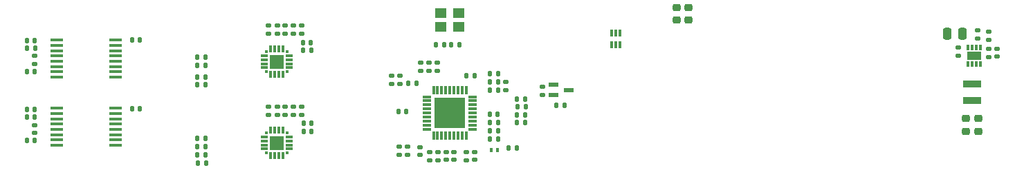
<source format=gtp>
G04 #@! TF.GenerationSoftware,KiCad,Pcbnew,(6.0.4)*
G04 #@! TF.CreationDate,2022-05-22T11:17:41+03:00*
G04 #@! TF.ProjectId,dock_rs232_prt,646f636b-5f72-4733-9233-325f7072742e,rev?*
G04 #@! TF.SameCoordinates,Original*
G04 #@! TF.FileFunction,Paste,Top*
G04 #@! TF.FilePolarity,Positive*
%FSLAX46Y46*%
G04 Gerber Fmt 4.6, Leading zero omitted, Abs format (unit mm)*
G04 Created by KiCad (PCBNEW (6.0.4)) date 2022-05-22 11:17:41*
%MOMM*%
%LPD*%
G01*
G04 APERTURE LIST*
G04 Aperture macros list*
%AMRoundRect*
0 Rectangle with rounded corners*
0 $1 Rounding radius*
0 $2 $3 $4 $5 $6 $7 $8 $9 X,Y pos of 4 corners*
0 Add a 4 corners polygon primitive as box body*
4,1,4,$2,$3,$4,$5,$6,$7,$8,$9,$2,$3,0*
0 Add four circle primitives for the rounded corners*
1,1,$1+$1,$2,$3*
1,1,$1+$1,$4,$5*
1,1,$1+$1,$6,$7*
1,1,$1+$1,$8,$9*
0 Add four rect primitives between the rounded corners*
20,1,$1+$1,$2,$3,$4,$5,0*
20,1,$1+$1,$4,$5,$6,$7,0*
20,1,$1+$1,$6,$7,$8,$9,0*
20,1,$1+$1,$8,$9,$2,$3,0*%
G04 Aperture macros list end*
%ADD10R,1.150000X0.500000*%
%ADD11RoundRect,0.140000X-0.140000X-0.170000X0.140000X-0.170000X0.140000X0.170000X-0.140000X0.170000X0*%
%ADD12RoundRect,0.135000X0.185000X-0.135000X0.185000X0.135000X-0.185000X0.135000X-0.185000X-0.135000X0*%
%ADD13R,0.400000X0.500000*%
%ADD14RoundRect,0.135000X0.135000X0.185000X-0.135000X0.185000X-0.135000X-0.185000X0.135000X-0.185000X0*%
%ADD15RoundRect,0.225000X-0.250000X0.225000X-0.250000X-0.225000X0.250000X-0.225000X0.250000X0.225000X0*%
%ADD16RoundRect,0.140000X0.140000X0.170000X-0.140000X0.170000X-0.140000X-0.170000X0.140000X-0.170000X0*%
%ADD17RoundRect,0.140000X-0.170000X0.140000X-0.170000X-0.140000X0.170000X-0.140000X0.170000X0.140000X0*%
%ADD18RoundRect,0.225000X0.250000X-0.225000X0.250000X0.225000X-0.250000X0.225000X-0.250000X-0.225000X0*%
%ADD19RoundRect,0.135000X-0.135000X-0.185000X0.135000X-0.185000X0.135000X0.185000X-0.135000X0.185000X0*%
%ADD20R,0.300000X0.700000*%
%ADD21R,1.800000X1.000000*%
%ADD22R,1.100000X0.300000*%
%ADD23R,0.300000X1.100000*%
%ADD24R,3.800000X3.800000*%
%ADD25RoundRect,0.140000X0.170000X-0.140000X0.170000X0.140000X-0.170000X0.140000X-0.170000X-0.140000X0*%
%ADD26RoundRect,0.135000X-0.185000X0.135000X-0.185000X-0.135000X0.185000X-0.135000X0.185000X0.135000X0*%
%ADD27R,0.300000X0.300000*%
%ADD28R,0.900000X0.300000*%
%ADD29R,0.300000X0.900000*%
%ADD30R,1.800000X1.800000*%
%ADD31R,0.300000X0.850000*%
%ADD32R,2.200000X0.850000*%
%ADD33R,1.400000X1.200000*%
%ADD34RoundRect,0.250000X-0.250000X-0.475000X0.250000X-0.475000X0.250000X0.475000X-0.250000X0.475000X0*%
%ADD35R,1.639799X0.431000*%
G04 APERTURE END LIST*
D10*
X281445919Y-103156201D03*
X281445919Y-104456201D03*
X283345919Y-103806201D03*
D11*
X217025919Y-101507354D03*
X217985919Y-101507354D03*
D12*
X270835919Y-112456201D03*
X270835919Y-111436201D03*
D13*
X273845919Y-111155048D03*
X274645919Y-111155048D03*
D12*
X247651269Y-96871551D03*
X247651269Y-95851551D03*
D14*
X274695919Y-103817354D03*
X273675919Y-103817354D03*
D15*
X298005919Y-93642354D03*
X298005919Y-95192354D03*
D16*
X251795919Y-97947354D03*
X250835919Y-97947354D03*
D17*
X249661269Y-95881551D03*
X249661269Y-96841551D03*
D12*
X247655919Y-106867354D03*
X247655919Y-105847354D03*
D18*
X333485919Y-108877354D03*
X333485919Y-107327354D03*
D17*
X267240116Y-100472004D03*
X267240116Y-101432004D03*
D11*
X267095919Y-98236201D03*
X268055919Y-98236201D03*
D17*
X280105116Y-103437354D03*
X280105116Y-104397354D03*
X217975919Y-99607354D03*
X217975919Y-100567354D03*
D12*
X262715919Y-103066201D03*
X262715919Y-102046201D03*
X261685919Y-103056201D03*
X261685919Y-102036201D03*
D19*
X277015919Y-107846201D03*
X278035919Y-107846201D03*
D14*
X238885919Y-99787354D03*
X237865919Y-99787354D03*
D20*
X333687419Y-98542354D03*
X333187419Y-98542354D03*
X332687419Y-98542354D03*
X332187419Y-98542354D03*
X332187419Y-100642354D03*
X332687419Y-100642354D03*
X333187419Y-100642354D03*
X333687419Y-100642354D03*
D21*
X332937419Y-99592354D03*
D22*
X265985919Y-104637354D03*
X265985919Y-105137354D03*
X265985919Y-105637354D03*
X265985919Y-106137354D03*
X265985919Y-106637354D03*
X265985919Y-107137354D03*
X265985919Y-107637354D03*
X265985919Y-108137354D03*
X265985919Y-108637354D03*
D23*
X266785919Y-109437354D03*
X267285919Y-109437354D03*
X267785919Y-109437354D03*
X268285919Y-109437354D03*
X268785919Y-109437354D03*
X269285919Y-109437354D03*
X269785919Y-109437354D03*
X270285919Y-109437354D03*
X270785919Y-109437354D03*
D22*
X271585919Y-108637354D03*
X271585919Y-108137354D03*
X271585919Y-107637354D03*
X271585919Y-107137354D03*
X271585919Y-106637354D03*
X271585919Y-106137354D03*
X271585919Y-105637354D03*
X271585919Y-105137354D03*
X271585919Y-104637354D03*
D23*
X270785919Y-103837354D03*
X270285919Y-103837354D03*
X269785919Y-103837354D03*
X269285919Y-103837354D03*
X268785919Y-103837354D03*
X268285919Y-103837354D03*
X267785919Y-103837354D03*
X267285919Y-103837354D03*
X266785919Y-103837354D03*
D24*
X268785919Y-106637354D03*
D16*
X274655919Y-106797354D03*
X273695919Y-106797354D03*
D17*
X275655919Y-102837354D03*
X275655919Y-103797354D03*
D16*
X276960116Y-110937004D03*
X276000116Y-110937004D03*
D19*
X277035919Y-105866201D03*
X278055919Y-105866201D03*
D25*
X267350116Y-112427004D03*
X267350116Y-111467004D03*
D26*
X334755919Y-98722354D03*
X334755919Y-99742354D03*
D17*
X250661269Y-95881551D03*
X250661269Y-96841551D03*
D26*
X333395919Y-96472354D03*
X333395919Y-97492354D03*
D16*
X217985919Y-107167354D03*
X217025919Y-107167354D03*
D26*
X331000919Y-98572354D03*
X331000919Y-99592354D03*
D16*
X230875919Y-106087354D03*
X229915919Y-106087354D03*
D17*
X335745919Y-98752354D03*
X335745919Y-99712354D03*
D19*
X273670116Y-101832004D03*
X274690116Y-101832004D03*
D17*
X250665919Y-105877354D03*
X250665919Y-106837354D03*
D16*
X230865919Y-97667354D03*
X229905919Y-97667354D03*
D27*
X248855919Y-101567354D03*
D28*
X249155919Y-101067354D03*
X249155919Y-100567354D03*
X249155919Y-100067354D03*
X249155919Y-99567354D03*
D27*
X248855919Y-99067354D03*
D29*
X248355919Y-98767354D03*
X247855919Y-98767354D03*
X247355919Y-98767354D03*
X246855919Y-98767354D03*
D27*
X246355919Y-99067354D03*
D28*
X246055919Y-99567354D03*
X246055919Y-100067354D03*
X246055919Y-100567354D03*
X246055919Y-101067354D03*
D27*
X246355919Y-101567354D03*
D29*
X246855919Y-101867354D03*
X247355919Y-101867354D03*
X247855919Y-101867354D03*
X248355919Y-101867354D03*
D30*
X247605919Y-100317354D03*
D14*
X238875919Y-102177354D03*
X237855919Y-102177354D03*
X238935919Y-112827354D03*
X237915919Y-112827354D03*
D11*
X262485919Y-106487354D03*
X263445919Y-106487354D03*
D26*
X248645919Y-105847354D03*
X248645919Y-106867354D03*
D14*
X238895919Y-103187354D03*
X237875919Y-103187354D03*
D31*
X288595919Y-98217354D03*
X289095919Y-98217354D03*
X289595919Y-98217354D03*
X289595919Y-96817354D03*
X289095919Y-96817354D03*
X288595919Y-96817354D03*
D16*
X269925919Y-98236201D03*
X268965919Y-98236201D03*
D18*
X331975919Y-108867354D03*
X331975919Y-107317354D03*
D11*
X217055919Y-97717354D03*
X218015919Y-97717354D03*
X263730116Y-102992004D03*
X264690116Y-102992004D03*
X217025919Y-106207354D03*
X217985919Y-106207354D03*
D14*
X238915919Y-109767354D03*
X237895919Y-109767354D03*
D17*
X217945919Y-108107354D03*
X217945919Y-109067354D03*
D25*
X268310116Y-112417004D03*
X268310116Y-111457004D03*
D32*
X332705919Y-103067354D03*
X332705919Y-105117354D03*
D14*
X274700116Y-108842004D03*
X273680116Y-108842004D03*
D27*
X248860569Y-111563157D03*
D28*
X249160569Y-111063157D03*
X249160569Y-110563157D03*
X249160569Y-110063157D03*
X249160569Y-109563157D03*
D27*
X248860569Y-109063157D03*
D29*
X248360569Y-108763157D03*
X247860569Y-108763157D03*
X247360569Y-108763157D03*
X246860569Y-108763157D03*
D27*
X246360569Y-109063157D03*
D28*
X246060569Y-109563157D03*
X246060569Y-110063157D03*
X246060569Y-110563157D03*
X246060569Y-111063157D03*
D27*
X246360569Y-111563157D03*
D29*
X246860569Y-111863157D03*
X247360569Y-111863157D03*
X247860569Y-111863157D03*
X248360569Y-111863157D03*
D30*
X247610569Y-110313157D03*
D25*
X271805919Y-112407354D03*
X271805919Y-111447354D03*
D12*
X246615919Y-106867354D03*
X246615919Y-105847354D03*
D11*
X217005919Y-110007354D03*
X217965919Y-110007354D03*
D14*
X238925919Y-111797354D03*
X237905919Y-111797354D03*
X278045919Y-106856201D03*
X277025919Y-106856201D03*
D17*
X266250116Y-100472004D03*
X266250116Y-101432004D03*
D19*
X281795919Y-105706201D03*
X282815919Y-105706201D03*
D15*
X296505919Y-93637354D03*
X296505919Y-95187354D03*
D33*
X269885919Y-94366201D03*
X267685919Y-94366201D03*
X267685919Y-96066201D03*
X269885919Y-96066201D03*
D17*
X249665919Y-105877354D03*
X249665919Y-106837354D03*
D16*
X271795919Y-102067354D03*
X270835919Y-102067354D03*
D34*
X329650919Y-96857354D03*
X331550919Y-96857354D03*
D12*
X246611269Y-96871551D03*
X246611269Y-95851551D03*
D19*
X273680116Y-107802004D03*
X274700116Y-107802004D03*
D14*
X274695919Y-109856201D03*
X273675919Y-109856201D03*
D16*
X218025919Y-98677354D03*
X217065919Y-98677354D03*
D26*
X334745919Y-96632354D03*
X334745919Y-97652354D03*
D16*
X251855919Y-108877354D03*
X250895919Y-108877354D03*
D26*
X248641269Y-95851551D03*
X248641269Y-96871551D03*
D25*
X269285919Y-112417354D03*
X269285919Y-111457354D03*
D12*
X266300116Y-112467004D03*
X266300116Y-111447004D03*
D16*
X251805919Y-98927354D03*
X250845919Y-98927354D03*
D35*
X220653719Y-97672355D03*
X220653719Y-98322353D03*
X220653719Y-98972355D03*
X220653719Y-99622353D03*
X220653719Y-100272352D03*
X220653719Y-100922353D03*
X220653719Y-101572352D03*
X220653719Y-102222353D03*
X227918119Y-102222353D03*
X227918119Y-101572355D03*
X227918119Y-100922353D03*
X227918119Y-100272355D03*
X227918119Y-99622356D03*
X227918119Y-98972355D03*
X227918119Y-98322356D03*
X227918119Y-97672355D03*
D26*
X263630116Y-110797004D03*
X263630116Y-111817004D03*
D25*
X265140116Y-111817004D03*
X265140116Y-110857004D03*
D16*
X251845919Y-107897354D03*
X250885919Y-107897354D03*
D26*
X262630116Y-110797004D03*
X262630116Y-111817004D03*
D35*
X220658369Y-106058158D03*
X220658369Y-106708156D03*
X220658369Y-107358158D03*
X220658369Y-108008156D03*
X220658369Y-108658155D03*
X220658369Y-109308156D03*
X220658369Y-109958155D03*
X220658369Y-110608156D03*
X227922769Y-110608156D03*
X227922769Y-109958158D03*
X227922769Y-109308156D03*
X227922769Y-108658158D03*
X227922769Y-108008159D03*
X227922769Y-107358158D03*
X227922769Y-106708159D03*
X227922769Y-106058158D03*
D19*
X277025919Y-104886201D03*
X278045919Y-104886201D03*
D26*
X265260116Y-100472004D03*
X265260116Y-101492004D03*
D19*
X273665919Y-102817354D03*
X274685919Y-102817354D03*
D14*
X238915919Y-110767354D03*
X237895919Y-110767354D03*
X238885919Y-100787354D03*
X237865919Y-100787354D03*
M02*

</source>
